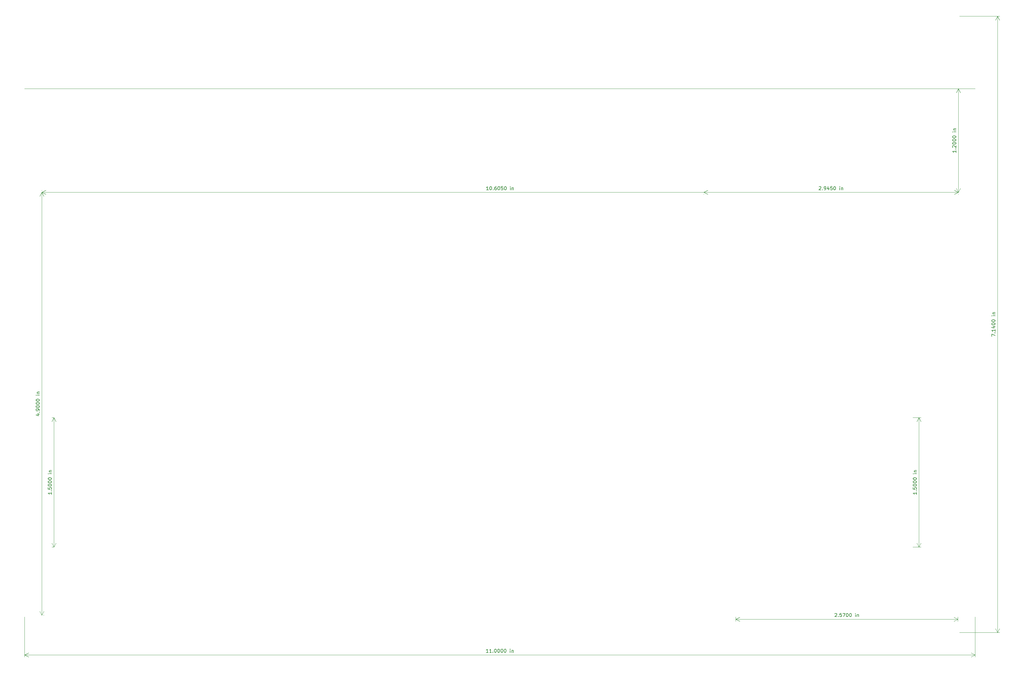
<source format=gbr>
G04 #@! TF.GenerationSoftware,KiCad,Pcbnew,(6.0.7)*
G04 #@! TF.CreationDate,2022-11-19T14:41:37-06:00*
G04 #@! TF.ProjectId,2023Rev1,32303233-5265-4763-912e-6b696361645f,rev?*
G04 #@! TF.SameCoordinates,Original*
G04 #@! TF.FileFunction,OtherDrawing,Comment*
%FSLAX46Y46*%
G04 Gerber Fmt 4.6, Leading zero omitted, Abs format (unit mm)*
G04 Created by KiCad (PCBNEW (6.0.7)) date 2022-11-19 14:41:37*
%MOMM*%
%LPD*%
G01*
G04 APERTURE LIST*
%ADD10C,0.100000*%
%ADD11C,0.150000*%
G04 APERTURE END LIST*
D10*
X354112102Y-59472102D02*
X74712102Y-59472102D01*
D11*
X308257602Y-88349721D02*
X308305221Y-88302102D01*
X308400459Y-88254482D01*
X308638554Y-88254482D01*
X308733792Y-88302102D01*
X308781411Y-88349721D01*
X308829030Y-88444959D01*
X308829030Y-88540197D01*
X308781411Y-88683054D01*
X308209982Y-89254482D01*
X308829030Y-89254482D01*
X309257602Y-89159244D02*
X309305221Y-89206863D01*
X309257602Y-89254482D01*
X309209982Y-89206863D01*
X309257602Y-89159244D01*
X309257602Y-89254482D01*
X309781411Y-89254482D02*
X309971887Y-89254482D01*
X310067125Y-89206863D01*
X310114744Y-89159244D01*
X310209982Y-89016387D01*
X310257602Y-88825911D01*
X310257602Y-88444959D01*
X310209982Y-88349721D01*
X310162363Y-88302102D01*
X310067125Y-88254482D01*
X309876649Y-88254482D01*
X309781411Y-88302102D01*
X309733792Y-88349721D01*
X309686173Y-88444959D01*
X309686173Y-88683054D01*
X309733792Y-88778292D01*
X309781411Y-88825911D01*
X309876649Y-88873530D01*
X310067125Y-88873530D01*
X310162363Y-88825911D01*
X310209982Y-88778292D01*
X310257602Y-88683054D01*
X311114744Y-88587816D02*
X311114744Y-89254482D01*
X310876649Y-88206863D02*
X310638554Y-88921149D01*
X311257602Y-88921149D01*
X312114744Y-88254482D02*
X311638554Y-88254482D01*
X311590935Y-88730673D01*
X311638554Y-88683054D01*
X311733792Y-88635435D01*
X311971887Y-88635435D01*
X312067125Y-88683054D01*
X312114744Y-88730673D01*
X312162363Y-88825911D01*
X312162363Y-89064006D01*
X312114744Y-89159244D01*
X312067125Y-89206863D01*
X311971887Y-89254482D01*
X311733792Y-89254482D01*
X311638554Y-89206863D01*
X311590935Y-89159244D01*
X312781411Y-88254482D02*
X312876649Y-88254482D01*
X312971887Y-88302102D01*
X313019506Y-88349721D01*
X313067125Y-88444959D01*
X313114744Y-88635435D01*
X313114744Y-88873530D01*
X313067125Y-89064006D01*
X313019506Y-89159244D01*
X312971887Y-89206863D01*
X312876649Y-89254482D01*
X312781411Y-89254482D01*
X312686173Y-89206863D01*
X312638554Y-89159244D01*
X312590935Y-89064006D01*
X312543316Y-88873530D01*
X312543316Y-88635435D01*
X312590935Y-88444959D01*
X312638554Y-88349721D01*
X312686173Y-88302102D01*
X312781411Y-88254482D01*
X314305221Y-89254482D02*
X314305221Y-88587816D01*
X314305221Y-88254482D02*
X314257602Y-88302102D01*
X314305221Y-88349721D01*
X314352840Y-88302102D01*
X314305221Y-88254482D01*
X314305221Y-88349721D01*
X314781411Y-88587816D02*
X314781411Y-89254482D01*
X314781411Y-88683054D02*
X314829030Y-88635435D01*
X314924268Y-88587816D01*
X315067125Y-88587816D01*
X315162363Y-88635435D01*
X315209982Y-88730673D01*
X315209982Y-89254482D01*
D10*
X349159102Y-90452102D02*
X349159102Y-90538522D01*
X274356102Y-90452102D02*
X274356102Y-90538522D01*
X349159102Y-89952102D02*
X274356102Y-89952102D01*
X349159102Y-89952102D02*
X274356102Y-89952102D01*
X349159102Y-89952102D02*
X348032598Y-89365681D01*
X349159102Y-89952102D02*
X348032598Y-90538523D01*
X274356102Y-89952102D02*
X275482606Y-90538523D01*
X274356102Y-89952102D02*
X275482606Y-89365681D01*
D11*
X78427816Y-155205911D02*
X79094482Y-155205911D01*
X78046863Y-155444006D02*
X78761149Y-155682102D01*
X78761149Y-155063054D01*
X78999244Y-154682102D02*
X79046863Y-154634482D01*
X79094482Y-154682102D01*
X79046863Y-154729721D01*
X78999244Y-154682102D01*
X79094482Y-154682102D01*
X79094482Y-154158292D02*
X79094482Y-153967816D01*
X79046863Y-153872578D01*
X78999244Y-153824959D01*
X78856387Y-153729721D01*
X78665911Y-153682102D01*
X78284959Y-153682102D01*
X78189721Y-153729721D01*
X78142102Y-153777340D01*
X78094482Y-153872578D01*
X78094482Y-154063054D01*
X78142102Y-154158292D01*
X78189721Y-154205911D01*
X78284959Y-154253530D01*
X78523054Y-154253530D01*
X78618292Y-154205911D01*
X78665911Y-154158292D01*
X78713530Y-154063054D01*
X78713530Y-153872578D01*
X78665911Y-153777340D01*
X78618292Y-153729721D01*
X78523054Y-153682102D01*
X78094482Y-153063054D02*
X78094482Y-152967816D01*
X78142102Y-152872578D01*
X78189721Y-152824959D01*
X78284959Y-152777340D01*
X78475435Y-152729721D01*
X78713530Y-152729721D01*
X78904006Y-152777340D01*
X78999244Y-152824959D01*
X79046863Y-152872578D01*
X79094482Y-152967816D01*
X79094482Y-153063054D01*
X79046863Y-153158292D01*
X78999244Y-153205911D01*
X78904006Y-153253530D01*
X78713530Y-153301149D01*
X78475435Y-153301149D01*
X78284959Y-153253530D01*
X78189721Y-153205911D01*
X78142102Y-153158292D01*
X78094482Y-153063054D01*
X78094482Y-152110673D02*
X78094482Y-152015435D01*
X78142102Y-151920197D01*
X78189721Y-151872578D01*
X78284959Y-151824959D01*
X78475435Y-151777340D01*
X78713530Y-151777340D01*
X78904006Y-151824959D01*
X78999244Y-151872578D01*
X79046863Y-151920197D01*
X79094482Y-152015435D01*
X79094482Y-152110673D01*
X79046863Y-152205911D01*
X78999244Y-152253530D01*
X78904006Y-152301149D01*
X78713530Y-152348768D01*
X78475435Y-152348768D01*
X78284959Y-152301149D01*
X78189721Y-152253530D01*
X78142102Y-152205911D01*
X78094482Y-152110673D01*
X78094482Y-151158292D02*
X78094482Y-151063054D01*
X78142102Y-150967816D01*
X78189721Y-150920197D01*
X78284959Y-150872578D01*
X78475435Y-150824959D01*
X78713530Y-150824959D01*
X78904006Y-150872578D01*
X78999244Y-150920197D01*
X79046863Y-150967816D01*
X79094482Y-151063054D01*
X79094482Y-151158292D01*
X79046863Y-151253530D01*
X78999244Y-151301149D01*
X78904006Y-151348768D01*
X78713530Y-151396387D01*
X78475435Y-151396387D01*
X78284959Y-151348768D01*
X78189721Y-151301149D01*
X78142102Y-151253530D01*
X78094482Y-151158292D01*
X79094482Y-149634482D02*
X78427816Y-149634482D01*
X78094482Y-149634482D02*
X78142102Y-149682102D01*
X78189721Y-149634482D01*
X78142102Y-149586863D01*
X78094482Y-149634482D01*
X78189721Y-149634482D01*
X78427816Y-149158292D02*
X79094482Y-149158292D01*
X78523054Y-149158292D02*
X78475435Y-149110673D01*
X78427816Y-149015435D01*
X78427816Y-148872578D01*
X78475435Y-148777340D01*
X78570673Y-148729721D01*
X79094482Y-148729721D01*
D10*
X80292102Y-89952102D02*
X80378522Y-89952102D01*
X80292102Y-214412102D02*
X80378522Y-214412102D01*
X79792102Y-89952102D02*
X79792102Y-214412102D01*
X79792102Y-89952102D02*
X79792102Y-214412102D01*
X79792102Y-89952102D02*
X79205681Y-91078606D01*
X79792102Y-89952102D02*
X80378523Y-91078606D01*
X79792102Y-214412102D02*
X80378523Y-213285598D01*
X79792102Y-214412102D02*
X79205681Y-213285598D01*
D11*
X348461482Y-77640673D02*
X348461482Y-78212102D01*
X348461482Y-77926387D02*
X347461482Y-77926387D01*
X347604340Y-78021625D01*
X347699578Y-78116863D01*
X347747197Y-78212102D01*
X348366244Y-77212102D02*
X348413863Y-77164482D01*
X348461482Y-77212102D01*
X348413863Y-77259721D01*
X348366244Y-77212102D01*
X348461482Y-77212102D01*
X347556721Y-76783530D02*
X347509102Y-76735911D01*
X347461482Y-76640673D01*
X347461482Y-76402578D01*
X347509102Y-76307340D01*
X347556721Y-76259721D01*
X347651959Y-76212102D01*
X347747197Y-76212102D01*
X347890054Y-76259721D01*
X348461482Y-76831149D01*
X348461482Y-76212102D01*
X347461482Y-75593054D02*
X347461482Y-75497816D01*
X347509102Y-75402578D01*
X347556721Y-75354959D01*
X347651959Y-75307340D01*
X347842435Y-75259721D01*
X348080530Y-75259721D01*
X348271006Y-75307340D01*
X348366244Y-75354959D01*
X348413863Y-75402578D01*
X348461482Y-75497816D01*
X348461482Y-75593054D01*
X348413863Y-75688292D01*
X348366244Y-75735911D01*
X348271006Y-75783530D01*
X348080530Y-75831149D01*
X347842435Y-75831149D01*
X347651959Y-75783530D01*
X347556721Y-75735911D01*
X347509102Y-75688292D01*
X347461482Y-75593054D01*
X347461482Y-74640673D02*
X347461482Y-74545435D01*
X347509102Y-74450197D01*
X347556721Y-74402578D01*
X347651959Y-74354959D01*
X347842435Y-74307340D01*
X348080530Y-74307340D01*
X348271006Y-74354959D01*
X348366244Y-74402578D01*
X348413863Y-74450197D01*
X348461482Y-74545435D01*
X348461482Y-74640673D01*
X348413863Y-74735911D01*
X348366244Y-74783530D01*
X348271006Y-74831149D01*
X348080530Y-74878768D01*
X347842435Y-74878768D01*
X347651959Y-74831149D01*
X347556721Y-74783530D01*
X347509102Y-74735911D01*
X347461482Y-74640673D01*
X347461482Y-73688292D02*
X347461482Y-73593054D01*
X347509102Y-73497816D01*
X347556721Y-73450197D01*
X347651959Y-73402578D01*
X347842435Y-73354959D01*
X348080530Y-73354959D01*
X348271006Y-73402578D01*
X348366244Y-73450197D01*
X348413863Y-73497816D01*
X348461482Y-73593054D01*
X348461482Y-73688292D01*
X348413863Y-73783530D01*
X348366244Y-73831149D01*
X348271006Y-73878768D01*
X348080530Y-73926387D01*
X347842435Y-73926387D01*
X347651959Y-73878768D01*
X347556721Y-73831149D01*
X347509102Y-73783530D01*
X347461482Y-73688292D01*
X348461482Y-72164482D02*
X347794816Y-72164482D01*
X347461482Y-72164482D02*
X347509102Y-72212102D01*
X347556721Y-72164482D01*
X347509102Y-72116863D01*
X347461482Y-72164482D01*
X347556721Y-72164482D01*
X347794816Y-71688292D02*
X348461482Y-71688292D01*
X347890054Y-71688292D02*
X347842435Y-71640673D01*
X347794816Y-71545435D01*
X347794816Y-71402578D01*
X347842435Y-71307340D01*
X347937673Y-71259721D01*
X348461482Y-71259721D01*
D10*
X348659102Y-89952102D02*
X348572682Y-89952102D01*
X348659102Y-59472102D02*
X348572682Y-59472102D01*
X349159102Y-89952102D02*
X349159102Y-59472102D01*
X349159102Y-89952102D02*
X349159102Y-59472102D01*
X349159102Y-89952102D02*
X349745523Y-88825598D01*
X349159102Y-89952102D02*
X348572681Y-88825598D01*
X349159102Y-59472102D02*
X348572681Y-60598606D01*
X349159102Y-59472102D02*
X349745523Y-60598606D01*
D11*
X211070840Y-89254482D02*
X210499411Y-89254482D01*
X210785125Y-89254482D02*
X210785125Y-88254482D01*
X210689887Y-88397340D01*
X210594649Y-88492578D01*
X210499411Y-88540197D01*
X211689887Y-88254482D02*
X211785125Y-88254482D01*
X211880363Y-88302102D01*
X211927982Y-88349721D01*
X211975602Y-88444959D01*
X212023221Y-88635435D01*
X212023221Y-88873530D01*
X211975602Y-89064006D01*
X211927982Y-89159244D01*
X211880363Y-89206863D01*
X211785125Y-89254482D01*
X211689887Y-89254482D01*
X211594649Y-89206863D01*
X211547030Y-89159244D01*
X211499411Y-89064006D01*
X211451792Y-88873530D01*
X211451792Y-88635435D01*
X211499411Y-88444959D01*
X211547030Y-88349721D01*
X211594649Y-88302102D01*
X211689887Y-88254482D01*
X212451792Y-89159244D02*
X212499411Y-89206863D01*
X212451792Y-89254482D01*
X212404173Y-89206863D01*
X212451792Y-89159244D01*
X212451792Y-89254482D01*
X213356554Y-88254482D02*
X213166078Y-88254482D01*
X213070840Y-88302102D01*
X213023221Y-88349721D01*
X212927982Y-88492578D01*
X212880363Y-88683054D01*
X212880363Y-89064006D01*
X212927982Y-89159244D01*
X212975602Y-89206863D01*
X213070840Y-89254482D01*
X213261316Y-89254482D01*
X213356554Y-89206863D01*
X213404173Y-89159244D01*
X213451792Y-89064006D01*
X213451792Y-88825911D01*
X213404173Y-88730673D01*
X213356554Y-88683054D01*
X213261316Y-88635435D01*
X213070840Y-88635435D01*
X212975602Y-88683054D01*
X212927982Y-88730673D01*
X212880363Y-88825911D01*
X214070840Y-88254482D02*
X214166078Y-88254482D01*
X214261316Y-88302102D01*
X214308935Y-88349721D01*
X214356554Y-88444959D01*
X214404173Y-88635435D01*
X214404173Y-88873530D01*
X214356554Y-89064006D01*
X214308935Y-89159244D01*
X214261316Y-89206863D01*
X214166078Y-89254482D01*
X214070840Y-89254482D01*
X213975602Y-89206863D01*
X213927982Y-89159244D01*
X213880363Y-89064006D01*
X213832744Y-88873530D01*
X213832744Y-88635435D01*
X213880363Y-88444959D01*
X213927982Y-88349721D01*
X213975602Y-88302102D01*
X214070840Y-88254482D01*
X215308935Y-88254482D02*
X214832744Y-88254482D01*
X214785125Y-88730673D01*
X214832744Y-88683054D01*
X214927982Y-88635435D01*
X215166078Y-88635435D01*
X215261316Y-88683054D01*
X215308935Y-88730673D01*
X215356554Y-88825911D01*
X215356554Y-89064006D01*
X215308935Y-89159244D01*
X215261316Y-89206863D01*
X215166078Y-89254482D01*
X214927982Y-89254482D01*
X214832744Y-89206863D01*
X214785125Y-89159244D01*
X215975602Y-88254482D02*
X216070840Y-88254482D01*
X216166078Y-88302102D01*
X216213697Y-88349721D01*
X216261316Y-88444959D01*
X216308935Y-88635435D01*
X216308935Y-88873530D01*
X216261316Y-89064006D01*
X216213697Y-89159244D01*
X216166078Y-89206863D01*
X216070840Y-89254482D01*
X215975602Y-89254482D01*
X215880363Y-89206863D01*
X215832744Y-89159244D01*
X215785125Y-89064006D01*
X215737506Y-88873530D01*
X215737506Y-88635435D01*
X215785125Y-88444959D01*
X215832744Y-88349721D01*
X215880363Y-88302102D01*
X215975602Y-88254482D01*
X217499411Y-89254482D02*
X217499411Y-88587816D01*
X217499411Y-88254482D02*
X217451792Y-88302102D01*
X217499411Y-88349721D01*
X217547030Y-88302102D01*
X217499411Y-88254482D01*
X217499411Y-88349721D01*
X217975602Y-88587816D02*
X217975602Y-89254482D01*
X217975602Y-88683054D02*
X218023221Y-88635435D01*
X218118459Y-88587816D01*
X218261316Y-88587816D01*
X218356554Y-88635435D01*
X218404173Y-88730673D01*
X218404173Y-89254482D01*
D10*
X79792102Y-89452102D02*
X79792102Y-89365682D01*
X349159102Y-89452102D02*
X349159102Y-89365682D01*
X79792102Y-89952102D02*
X349159102Y-89952102D01*
X79792102Y-89952102D02*
X349159102Y-89952102D01*
X79792102Y-89952102D02*
X80918606Y-90538523D01*
X79792102Y-89952102D02*
X80918606Y-89365681D01*
X349159102Y-89952102D02*
X348032598Y-89365681D01*
X349159102Y-89952102D02*
X348032598Y-90538523D01*
D11*
X336904482Y-178224673D02*
X336904482Y-178796102D01*
X336904482Y-178510387D02*
X335904482Y-178510387D01*
X336047340Y-178605625D01*
X336142578Y-178700863D01*
X336190197Y-178796102D01*
X336809244Y-177796102D02*
X336856863Y-177748482D01*
X336904482Y-177796102D01*
X336856863Y-177843721D01*
X336809244Y-177796102D01*
X336904482Y-177796102D01*
X335904482Y-176843721D02*
X335904482Y-177319911D01*
X336380673Y-177367530D01*
X336333054Y-177319911D01*
X336285435Y-177224673D01*
X336285435Y-176986578D01*
X336333054Y-176891340D01*
X336380673Y-176843721D01*
X336475911Y-176796102D01*
X336714006Y-176796102D01*
X336809244Y-176843721D01*
X336856863Y-176891340D01*
X336904482Y-176986578D01*
X336904482Y-177224673D01*
X336856863Y-177319911D01*
X336809244Y-177367530D01*
X335904482Y-176177054D02*
X335904482Y-176081816D01*
X335952102Y-175986578D01*
X335999721Y-175938959D01*
X336094959Y-175891340D01*
X336285435Y-175843721D01*
X336523530Y-175843721D01*
X336714006Y-175891340D01*
X336809244Y-175938959D01*
X336856863Y-175986578D01*
X336904482Y-176081816D01*
X336904482Y-176177054D01*
X336856863Y-176272292D01*
X336809244Y-176319911D01*
X336714006Y-176367530D01*
X336523530Y-176415149D01*
X336285435Y-176415149D01*
X336094959Y-176367530D01*
X335999721Y-176319911D01*
X335952102Y-176272292D01*
X335904482Y-176177054D01*
X335904482Y-175224673D02*
X335904482Y-175129435D01*
X335952102Y-175034197D01*
X335999721Y-174986578D01*
X336094959Y-174938959D01*
X336285435Y-174891340D01*
X336523530Y-174891340D01*
X336714006Y-174938959D01*
X336809244Y-174986578D01*
X336856863Y-175034197D01*
X336904482Y-175129435D01*
X336904482Y-175224673D01*
X336856863Y-175319911D01*
X336809244Y-175367530D01*
X336714006Y-175415149D01*
X336523530Y-175462768D01*
X336285435Y-175462768D01*
X336094959Y-175415149D01*
X335999721Y-175367530D01*
X335952102Y-175319911D01*
X335904482Y-175224673D01*
X335904482Y-174272292D02*
X335904482Y-174177054D01*
X335952102Y-174081816D01*
X335999721Y-174034197D01*
X336094959Y-173986578D01*
X336285435Y-173938959D01*
X336523530Y-173938959D01*
X336714006Y-173986578D01*
X336809244Y-174034197D01*
X336856863Y-174081816D01*
X336904482Y-174177054D01*
X336904482Y-174272292D01*
X336856863Y-174367530D01*
X336809244Y-174415149D01*
X336714006Y-174462768D01*
X336523530Y-174510387D01*
X336285435Y-174510387D01*
X336094959Y-174462768D01*
X335999721Y-174415149D01*
X335952102Y-174367530D01*
X335904482Y-174272292D01*
X336904482Y-172748482D02*
X336237816Y-172748482D01*
X335904482Y-172748482D02*
X335952102Y-172796102D01*
X335999721Y-172748482D01*
X335952102Y-172700863D01*
X335904482Y-172748482D01*
X335999721Y-172748482D01*
X336237816Y-172272292D02*
X336904482Y-172272292D01*
X336333054Y-172272292D02*
X336285435Y-172224673D01*
X336237816Y-172129435D01*
X336237816Y-171986578D01*
X336285435Y-171891340D01*
X336380673Y-171843721D01*
X336904482Y-171843721D01*
D10*
X335816102Y-194346102D02*
X338188522Y-194346102D01*
X335816102Y-156246102D02*
X338188522Y-156246102D01*
X337602102Y-194346102D02*
X337602102Y-156246102D01*
X337602102Y-194346102D02*
X337602102Y-156246102D01*
X337602102Y-194346102D02*
X338188523Y-193219598D01*
X337602102Y-194346102D02*
X337015681Y-193219598D01*
X337602102Y-156246102D02*
X337015681Y-157372606D01*
X337602102Y-156246102D02*
X338188523Y-157372606D01*
D11*
X312893102Y-213952721D02*
X312940721Y-213905102D01*
X313035959Y-213857482D01*
X313274054Y-213857482D01*
X313369292Y-213905102D01*
X313416911Y-213952721D01*
X313464530Y-214047959D01*
X313464530Y-214143197D01*
X313416911Y-214286054D01*
X312845482Y-214857482D01*
X313464530Y-214857482D01*
X313893102Y-214762244D02*
X313940721Y-214809863D01*
X313893102Y-214857482D01*
X313845482Y-214809863D01*
X313893102Y-214762244D01*
X313893102Y-214857482D01*
X314845482Y-213857482D02*
X314369292Y-213857482D01*
X314321673Y-214333673D01*
X314369292Y-214286054D01*
X314464530Y-214238435D01*
X314702625Y-214238435D01*
X314797863Y-214286054D01*
X314845482Y-214333673D01*
X314893102Y-214428911D01*
X314893102Y-214667006D01*
X314845482Y-214762244D01*
X314797863Y-214809863D01*
X314702625Y-214857482D01*
X314464530Y-214857482D01*
X314369292Y-214809863D01*
X314321673Y-214762244D01*
X315226435Y-213857482D02*
X315893102Y-213857482D01*
X315464530Y-214857482D01*
X316464530Y-213857482D02*
X316559768Y-213857482D01*
X316655006Y-213905102D01*
X316702625Y-213952721D01*
X316750244Y-214047959D01*
X316797863Y-214238435D01*
X316797863Y-214476530D01*
X316750244Y-214667006D01*
X316702625Y-214762244D01*
X316655006Y-214809863D01*
X316559768Y-214857482D01*
X316464530Y-214857482D01*
X316369292Y-214809863D01*
X316321673Y-214762244D01*
X316274054Y-214667006D01*
X316226435Y-214476530D01*
X316226435Y-214238435D01*
X316274054Y-214047959D01*
X316321673Y-213952721D01*
X316369292Y-213905102D01*
X316464530Y-213857482D01*
X317416911Y-213857482D02*
X317512149Y-213857482D01*
X317607387Y-213905102D01*
X317655006Y-213952721D01*
X317702625Y-214047959D01*
X317750244Y-214238435D01*
X317750244Y-214476530D01*
X317702625Y-214667006D01*
X317655006Y-214762244D01*
X317607387Y-214809863D01*
X317512149Y-214857482D01*
X317416911Y-214857482D01*
X317321673Y-214809863D01*
X317274054Y-214762244D01*
X317226435Y-214667006D01*
X317178816Y-214476530D01*
X317178816Y-214238435D01*
X317226435Y-214047959D01*
X317274054Y-213952721D01*
X317321673Y-213905102D01*
X317416911Y-213857482D01*
X318940721Y-214857482D02*
X318940721Y-214190816D01*
X318940721Y-213857482D02*
X318893102Y-213905102D01*
X318940721Y-213952721D01*
X318988340Y-213905102D01*
X318940721Y-213857482D01*
X318940721Y-213952721D01*
X319416911Y-214190816D02*
X319416911Y-214857482D01*
X319416911Y-214286054D02*
X319464530Y-214238435D01*
X319559768Y-214190816D01*
X319702625Y-214190816D01*
X319797863Y-214238435D01*
X319845482Y-214333673D01*
X319845482Y-214857482D01*
D10*
X349032102Y-214912102D02*
X349032102Y-216141522D01*
X283754102Y-214912102D02*
X283754102Y-216141522D01*
X349032102Y-215555102D02*
X283754102Y-215555102D01*
X349032102Y-215555102D02*
X283754102Y-215555102D01*
X349032102Y-215555102D02*
X347905598Y-214968681D01*
X349032102Y-215555102D02*
X347905598Y-216141523D01*
X283754102Y-215555102D02*
X284880606Y-216141523D01*
X283754102Y-215555102D02*
X284880606Y-214968681D01*
D11*
X211007340Y-225362380D02*
X210435911Y-225362380D01*
X210721625Y-225362380D02*
X210721625Y-224362380D01*
X210626387Y-224505238D01*
X210531149Y-224600476D01*
X210435911Y-224648095D01*
X211959721Y-225362380D02*
X211388292Y-225362380D01*
X211674006Y-225362380D02*
X211674006Y-224362380D01*
X211578768Y-224505238D01*
X211483530Y-224600476D01*
X211388292Y-224648095D01*
X212388292Y-225267142D02*
X212435911Y-225314761D01*
X212388292Y-225362380D01*
X212340673Y-225314761D01*
X212388292Y-225267142D01*
X212388292Y-225362380D01*
X213054959Y-224362380D02*
X213150197Y-224362380D01*
X213245435Y-224410000D01*
X213293054Y-224457619D01*
X213340673Y-224552857D01*
X213388292Y-224743333D01*
X213388292Y-224981428D01*
X213340673Y-225171904D01*
X213293054Y-225267142D01*
X213245435Y-225314761D01*
X213150197Y-225362380D01*
X213054959Y-225362380D01*
X212959721Y-225314761D01*
X212912102Y-225267142D01*
X212864482Y-225171904D01*
X212816863Y-224981428D01*
X212816863Y-224743333D01*
X212864482Y-224552857D01*
X212912102Y-224457619D01*
X212959721Y-224410000D01*
X213054959Y-224362380D01*
X214007340Y-224362380D02*
X214102578Y-224362380D01*
X214197816Y-224410000D01*
X214245435Y-224457619D01*
X214293054Y-224552857D01*
X214340673Y-224743333D01*
X214340673Y-224981428D01*
X214293054Y-225171904D01*
X214245435Y-225267142D01*
X214197816Y-225314761D01*
X214102578Y-225362380D01*
X214007340Y-225362380D01*
X213912102Y-225314761D01*
X213864482Y-225267142D01*
X213816863Y-225171904D01*
X213769244Y-224981428D01*
X213769244Y-224743333D01*
X213816863Y-224552857D01*
X213864482Y-224457619D01*
X213912102Y-224410000D01*
X214007340Y-224362380D01*
X214959721Y-224362380D02*
X215054959Y-224362380D01*
X215150197Y-224410000D01*
X215197816Y-224457619D01*
X215245435Y-224552857D01*
X215293054Y-224743333D01*
X215293054Y-224981428D01*
X215245435Y-225171904D01*
X215197816Y-225267142D01*
X215150197Y-225314761D01*
X215054959Y-225362380D01*
X214959721Y-225362380D01*
X214864482Y-225314761D01*
X214816863Y-225267142D01*
X214769244Y-225171904D01*
X214721625Y-224981428D01*
X214721625Y-224743333D01*
X214769244Y-224552857D01*
X214816863Y-224457619D01*
X214864482Y-224410000D01*
X214959721Y-224362380D01*
X215912102Y-224362380D02*
X216007340Y-224362380D01*
X216102578Y-224410000D01*
X216150197Y-224457619D01*
X216197816Y-224552857D01*
X216245435Y-224743333D01*
X216245435Y-224981428D01*
X216197816Y-225171904D01*
X216150197Y-225267142D01*
X216102578Y-225314761D01*
X216007340Y-225362380D01*
X215912102Y-225362380D01*
X215816863Y-225314761D01*
X215769244Y-225267142D01*
X215721625Y-225171904D01*
X215674006Y-224981428D01*
X215674006Y-224743333D01*
X215721625Y-224552857D01*
X215769244Y-224457619D01*
X215816863Y-224410000D01*
X215912102Y-224362380D01*
X217435911Y-225362380D02*
X217435911Y-224695714D01*
X217435911Y-224362380D02*
X217388292Y-224410000D01*
X217435911Y-224457619D01*
X217483530Y-224410000D01*
X217435911Y-224362380D01*
X217435911Y-224457619D01*
X217912102Y-224695714D02*
X217912102Y-225362380D01*
X217912102Y-224790952D02*
X217959721Y-224743333D01*
X218054959Y-224695714D01*
X218197816Y-224695714D01*
X218293054Y-224743333D01*
X218340673Y-224838571D01*
X218340673Y-225362380D01*
D10*
X354112102Y-214912102D02*
X354112102Y-226646420D01*
X74712102Y-214912102D02*
X74712102Y-226646420D01*
X354112102Y-226060000D02*
X74712102Y-226060000D01*
X354112102Y-226060000D02*
X74712102Y-226060000D01*
X354112102Y-226060000D02*
X352985598Y-225473579D01*
X354112102Y-226060000D02*
X352985598Y-226646421D01*
X74712102Y-226060000D02*
X75838606Y-226646421D01*
X74712102Y-226060000D02*
X75838606Y-225473579D01*
D11*
X82650483Y-178224673D02*
X82650483Y-178796102D01*
X82650483Y-178510387D02*
X81650483Y-178510387D01*
X81793341Y-178605625D01*
X81888579Y-178700863D01*
X81936198Y-178796102D01*
X82555245Y-177796102D02*
X82602864Y-177748482D01*
X82650483Y-177796102D01*
X82602864Y-177843721D01*
X82555245Y-177796102D01*
X82650483Y-177796102D01*
X81650483Y-176843721D02*
X81650483Y-177319911D01*
X82126674Y-177367530D01*
X82079055Y-177319911D01*
X82031436Y-177224673D01*
X82031436Y-176986578D01*
X82079055Y-176891340D01*
X82126674Y-176843721D01*
X82221912Y-176796102D01*
X82460007Y-176796102D01*
X82555245Y-176843721D01*
X82602864Y-176891340D01*
X82650483Y-176986578D01*
X82650483Y-177224673D01*
X82602864Y-177319911D01*
X82555245Y-177367530D01*
X81650483Y-176177054D02*
X81650483Y-176081816D01*
X81698103Y-175986578D01*
X81745722Y-175938959D01*
X81840960Y-175891340D01*
X82031436Y-175843721D01*
X82269531Y-175843721D01*
X82460007Y-175891340D01*
X82555245Y-175938959D01*
X82602864Y-175986578D01*
X82650483Y-176081816D01*
X82650483Y-176177054D01*
X82602864Y-176272292D01*
X82555245Y-176319911D01*
X82460007Y-176367530D01*
X82269531Y-176415149D01*
X82031436Y-176415149D01*
X81840960Y-176367530D01*
X81745722Y-176319911D01*
X81698103Y-176272292D01*
X81650483Y-176177054D01*
X81650483Y-175224673D02*
X81650483Y-175129435D01*
X81698103Y-175034197D01*
X81745722Y-174986578D01*
X81840960Y-174938959D01*
X82031436Y-174891340D01*
X82269531Y-174891340D01*
X82460007Y-174938959D01*
X82555245Y-174986578D01*
X82602864Y-175034197D01*
X82650483Y-175129435D01*
X82650483Y-175224673D01*
X82602864Y-175319911D01*
X82555245Y-175367530D01*
X82460007Y-175415149D01*
X82269531Y-175462768D01*
X82031436Y-175462768D01*
X81840960Y-175415149D01*
X81745722Y-175367530D01*
X81698103Y-175319911D01*
X81650483Y-175224673D01*
X81650483Y-174272292D02*
X81650483Y-174177054D01*
X81698103Y-174081816D01*
X81745722Y-174034197D01*
X81840960Y-173986578D01*
X82031436Y-173938959D01*
X82269531Y-173938959D01*
X82460007Y-173986578D01*
X82555245Y-174034197D01*
X82602864Y-174081816D01*
X82650483Y-174177054D01*
X82650483Y-174272292D01*
X82602864Y-174367530D01*
X82555245Y-174415149D01*
X82460007Y-174462768D01*
X82269531Y-174510387D01*
X82031436Y-174510387D01*
X81840960Y-174462768D01*
X81745722Y-174415149D01*
X81698103Y-174367530D01*
X81650483Y-174272292D01*
X82650483Y-172748482D02*
X81983817Y-172748482D01*
X81650483Y-172748482D02*
X81698103Y-172796102D01*
X81745722Y-172748482D01*
X81698103Y-172700863D01*
X81650483Y-172748482D01*
X81745722Y-172748482D01*
X81983817Y-172272292D02*
X82650483Y-172272292D01*
X82079055Y-172272292D02*
X82031436Y-172224673D01*
X81983817Y-172129435D01*
X81983817Y-171986578D01*
X82031436Y-171891340D01*
X82126674Y-171843721D01*
X82650483Y-171843721D01*
D10*
X83356102Y-156246102D02*
X82761683Y-156246102D01*
X83356102Y-194346102D02*
X82761683Y-194346102D01*
X83348103Y-156246102D02*
X83348103Y-194346102D01*
X83348103Y-156246102D02*
X83348103Y-194346102D01*
X83348103Y-156246102D02*
X82761682Y-157372606D01*
X83348103Y-156246102D02*
X83934524Y-157372606D01*
X83348103Y-194346102D02*
X83934524Y-193219598D01*
X83348103Y-194346102D02*
X82761682Y-193219598D01*
D11*
X358982380Y-132361721D02*
X358982380Y-131695054D01*
X359982380Y-132123625D01*
X359887142Y-131314102D02*
X359934761Y-131266482D01*
X359982380Y-131314102D01*
X359934761Y-131361721D01*
X359887142Y-131314102D01*
X359982380Y-131314102D01*
X359982380Y-130314102D02*
X359982380Y-130885530D01*
X359982380Y-130599816D02*
X358982380Y-130599816D01*
X359125238Y-130695054D01*
X359220476Y-130790292D01*
X359268095Y-130885530D01*
X359315714Y-129456959D02*
X359982380Y-129456959D01*
X358934761Y-129695054D02*
X359649047Y-129933149D01*
X359649047Y-129314102D01*
X358982380Y-128742673D02*
X358982380Y-128647435D01*
X359030000Y-128552197D01*
X359077619Y-128504578D01*
X359172857Y-128456959D01*
X359363333Y-128409340D01*
X359601428Y-128409340D01*
X359791904Y-128456959D01*
X359887142Y-128504578D01*
X359934761Y-128552197D01*
X359982380Y-128647435D01*
X359982380Y-128742673D01*
X359934761Y-128837911D01*
X359887142Y-128885530D01*
X359791904Y-128933149D01*
X359601428Y-128980768D01*
X359363333Y-128980768D01*
X359172857Y-128933149D01*
X359077619Y-128885530D01*
X359030000Y-128837911D01*
X358982380Y-128742673D01*
X358982380Y-127790292D02*
X358982380Y-127695054D01*
X359030000Y-127599816D01*
X359077619Y-127552197D01*
X359172857Y-127504578D01*
X359363333Y-127456959D01*
X359601428Y-127456959D01*
X359791904Y-127504578D01*
X359887142Y-127552197D01*
X359934761Y-127599816D01*
X359982380Y-127695054D01*
X359982380Y-127790292D01*
X359934761Y-127885530D01*
X359887142Y-127933149D01*
X359791904Y-127980768D01*
X359601428Y-128028387D01*
X359363333Y-128028387D01*
X359172857Y-127980768D01*
X359077619Y-127933149D01*
X359030000Y-127885530D01*
X358982380Y-127790292D01*
X359982380Y-126266482D02*
X359315714Y-126266482D01*
X358982380Y-126266482D02*
X359030000Y-126314102D01*
X359077619Y-126266482D01*
X359030000Y-126218863D01*
X358982380Y-126266482D01*
X359077619Y-126266482D01*
X359315714Y-125790292D02*
X359982380Y-125790292D01*
X359410952Y-125790292D02*
X359363333Y-125742673D01*
X359315714Y-125647435D01*
X359315714Y-125504578D01*
X359363333Y-125409340D01*
X359458571Y-125361721D01*
X359982380Y-125361721D01*
D10*
X349532102Y-38136102D02*
X361266420Y-38136102D01*
X349532102Y-219492102D02*
X361266420Y-219492102D01*
X360680000Y-38136102D02*
X360680000Y-219492102D01*
X360680000Y-38136102D02*
X360680000Y-219492102D01*
X360680000Y-38136102D02*
X360093579Y-39262606D01*
X360680000Y-38136102D02*
X361266421Y-39262606D01*
X360680000Y-219492102D02*
X361266421Y-218365598D01*
X360680000Y-219492102D02*
X360093579Y-218365598D01*
M02*

</source>
